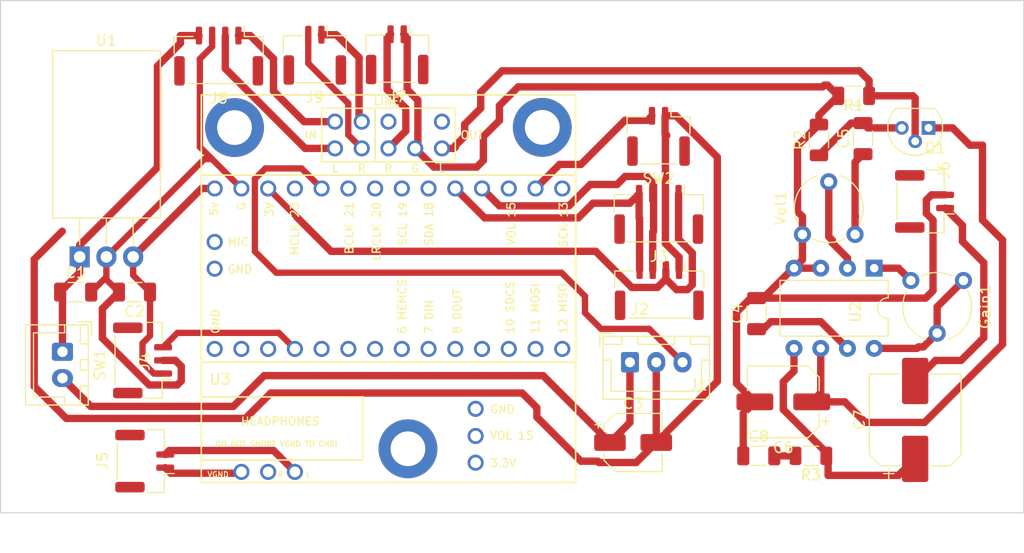
<source format=kicad_pcb>
(kicad_pcb (version 20221018) (generator pcbnew)
  (layers (0 "F.Cu" signal) (31 "B.Cu" signal) (34 "B.Paste" user) (35 "F.Paste" user) (36 "B.SilkS" user "B.Silkscreen") (37 "F.SilkS" user "F.Silkscreen") (38 "B.Mask" user) (39 "F.Mask" user) (44 "Edge.Cuts" user))
  (net 0 "")
  (net 1 "+9V")
  (net 2 "GND")
  (net 3 "+5V")
  (net 4 "Net-(Gain1-Pad1)")
  (net 5 "Net-(U2--)")
  (net 6 "Net-(C7-Pad1)")
  (net 7 "Net-(U2-BYPASS)")
  (net 8 "Net-(Gain1-Pad2)")
  (net 34 "Net-(J1-Pin_1)")
  (net 35 "Batt Vref")
  (net 36 "+3.3V")
  (net 37 "Pin 16 SCL1")
  (net 38 "Pin 17 SDA1")
  (net 39 "Pin 2")
  (net 40 "Net-(J6-Pin_1)")
  (net 41 "GND1")
  (net 42 "HP VGND")
  (net 43 "HP Line")
  (net 44 "Line OUT R")
  (net 45 "Line in R GND")
  (net 46 "Line in R")
  (net 47 "Net-(Q1-G)")
  (net 48 "Net-(Q1-S)")
  (net 49 "Net-(SW2-B)")
  (net 50 "Net-(C5-Pad1)")
  (net 51 "Net-(C8-Pad2)")
  (net 52 "Net-(J8-Pin_1)")
  (net 53 "Net-(J8-Pin_2)")
  (footprint "Connector_JST:JST_GH_BM04B-GHS-TBT_1x04-1MP_P1.25mm_Vertical" (layer "F.Cu") (at 153.827 118.028 180)
    (fp_text reference "J3" (at 0 -4) (layer "F.SilkS"))
    (fp_text value "Quad Rotary Encoder Board")
    (pad "1" smd roundrect (at -1.875 1.95 180) (size 0.6 1.7) (layers "F.Cu" "F.Paste" "F.Mask") (net 36 "+3.3V"))
    (pad "2" smd roundrect (at -0.625 1.95 180) (size 0.6 1.7) (layers "F.Cu" "F.Paste" "F.Mask") (net 2 "GND"))
    (pad "3" smd roundrect (at 0.625 1.95 180) (size 0.6 1.7) (layers "F.Cu" "F.Paste" "F.Mask") (net 37 "Pin 16 SCL1"))
    (pad "4" smd roundrect (at 1.875 1.95 180) (size 0.6 1.7) (layers "F.Cu" "F.Paste" "F.Mask") (net 38 "Pin 17 SDA1"))
    (pad "MP" smd roundrect (at -3.725 -1.4 180) (size 1 2.8) (layers "F.Cu" "F.Paste" "F.Mask"))
    (pad "MP" smd roundrect (at 3.725 -1.4 180) (size 1 2.8) (layers "F.Cu" "F.Paste" "F.Mask"))
  )
  (footprint "Capacitor_SMD:C_1206_3216Metric" (layer "F.Cu") (at 98.425 125.413)
    (fp_text reference "C1" (at 0 -1.85) (layer "F.SilkS"))
    (fp_text value "330nf")
    (pad "1" smd roundrect (at -1.475 0) (size 1.15 1.8) (layers "F.Cu" "F.Paste" "F.Mask") (roundrect_rratio 0.217391) (net 1 "+9V"))
    (pad "2" smd roundrect (at 1.475 0) (size 1.15 1.8) (layers "F.Cu" "F.Paste" "F.Mask") (roundrect_rratio 0.217391) (net 2 "GND"))
  )
  (footprint "Capacitor_SMD:C_1206_3216Metric" (layer "F.Cu") (at 173.228 110.832 90)
    (fp_text reference "C5" (at 0 -1.85 90) (layer "F.SilkS"))
    (fp_text value "47n")
    (pad "1" smd roundrect (at -1.475 0 90) (size 1.15 1.8) (layers "F.Cu" "F.Paste" "F.Mask") (roundrect_rratio 0.217391) (net 50 "Net-(C5-Pad1)"))
    (pad "2" smd roundrect (at 1.475 0 90) (size 1.15 1.8) (layers "F.Cu" "F.Paste" "F.Mask") (roundrect_rratio 0.217391) (net 48 "Net-(Q1-S)"))
  )
  (footprint "Connector_JST:JST_GH_BM02B-GHS-TBT_1x02-1MP_P1.25mm_Vertical" (layer "F.Cu") (at 128.967 102.867 180)
    (fp_text reference "J7" (at 0 -4) (layer "F.SilkS"))
    (fp_text value "Aux Out")
    (pad "1" smd roundrect (at -0.625 1.95 180) (size 0.6 1.7) (layers "F.Cu" "F.Paste" "F.Mask") (net 41 "GND1"))
    (pad "2" smd roundrect (at 0.625 1.95 180) (size 0.6 1.7) (layers "F.Cu" "F.Paste" "F.Mask") (net 44 "Line OUT R"))
    (pad "MP" smd roundrect (at -2.475 -1.4 180) (size 1 2.8) (layers "F.Cu" "F.Paste" "F.Mask"))
    (pad "MP" smd roundrect (at 2.475 -1.4 180) (size 1 2.8) (layers "F.Cu" "F.Paste" "F.Mask"))
  )
  (footprint "Capacitor_SMD:C_1206_3216Metric" (layer "F.Cu") (at 104.013 125.413 180)
    (fp_text reference "C2" (at 0 -1.85) (layer "F.SilkS"))
    (fp_text value "100nf")
    (pad "1" smd roundrect (at -1.475 0 180) (size 1.15 1.8) (layers "F.Cu" "F.Paste" "F.Mask") (roundrect_rratio 0.217391) (net 3 "+5V"))
    (pad "2" smd roundrect (at 1.475 0 180) (size 1.15 1.8) (layers "F.Cu" "F.Paste" "F.Mask") (roundrect_rratio 0.217391) (net 2 "GND"))
  )
  (footprint "Connector_JST:JST_GH_BM02B-GHS-TBT_1x02-1MP_P1.25mm_Vertical" (layer "F.Cu") (at 121.148 102.915 180)
    (fp_text reference "J9" (at 0 -4) (layer "F.SilkS"))
    (fp_text value "Backing Track Input")
    (pad "1" smd roundrect (at -0.625 1.95 180) (size 0.6 1.7) (layers "F.Cu" "F.Paste" "F.Mask") (net 45 "Line in R GND"))
    (pad "2" smd roundrect (at 0.625 1.95 180) (size 0.6 1.7) (layers "F.Cu" "F.Paste" "F.Mask") (net 46 "Line in R"))
    (pad "MP" smd roundrect (at -2.475 -1.4 180) (size 1 2.8) (layers "F.Cu" "F.Paste" "F.Mask"))
    (pad "MP" smd roundrect (at 2.475 -1.4 180) (size 1 2.8) (layers "F.Cu" "F.Paste" "F.Mask"))
  )
  (footprint "Potentiometer_THT:Potentiometer_Piher_PT-6-V_Vertical" (layer "F.Cu") (at 177.768 124.314 -90)
    (fp_text reference "Gain1" (at 2.5 -7.06 90) (layer "F.SilkS"))
    (fp_text value "1kB")
    (pad "1" thru_hole circle (at 0 0 270) (size 1.62 1.62) (drill 0.9) (layers "*.Cu" "*.Mask") (net 4 "Net-(Gain1-Pad1)"))
    (pad "2" thru_hole circle (at 5 -2.5 270) (size 1.62 1.62) (drill 0.9) (layers "*.Cu" "*.Mask") (net 8 "Net-(Gain1-Pad2)"))
    (pad "3" thru_hole circle (at 0 -5 270) (size 1.62 1.62) (drill 0.9) (layers "*.Cu" "*.Mask") (net 8 "Net-(Gain1-Pad2)"))
  )
  (footprint "Connector_JST:JST_GH_BM03B-GHS-TBT_1x03-1MP_P1.25mm_Vertical" (layer "F.Cu") (at 104.778 131.901 90)
    (fp_text reference "J4" (at -0.147 0.172 90) (layer "F.SilkS"))
    (fp_text value "RGB LEDs")
    (pad "1" smd roundrect (at -1.25 1.95 90) (size 0.6 1.7) (layers "F.Cu" "F.Paste" "F.Mask") (net 3 "+5V"))
    (pad "2" smd roundrect (at 0 1.95 90) (size 0.6 1.7) (layers "F.Cu" "F.Paste" "F.Mask") (net 2 "GND"))
    (pad "3" smd roundrect (at 1.25 1.95 90) (size 0.6 1.7) (layers "F.Cu" "F.Paste" "F.Mask") (net 39 "Pin 2"))
    (pad "MP" smd roundrect (at -3.1 -1.4 90) (size 1 2.8) (layers "F.Cu" "F.Paste" "F.Mask"))
    (pad "MP" smd roundrect (at 3.1 -1.4 90) (size 1 2.8) (layers "F.Cu" "F.Paste" "F.Mask"))
  )
  (footprint "Potentiometer_THT:Potentiometer_Piher_PT-6-V_Vertical" (layer "F.Cu") (at 172.471 119.936 90)
    (fp_text reference "Vol1" (at 2.5 -7.06 90) (layer "F.SilkS"))
    (fp_text value "10kB")
    (pad "1" thru_hole circle (at 0 0 90) (size 1.62 1.62) (drill 0.9) (layers "*.Cu" "*.Mask") (net 50 "Net-(C5-Pad1)"))
    (pad "2" thru_hole circle (at 5 -2.5 90) (size 1.62 1.62) (drill 0.9) (layers "*.Cu" "*.Mask") (net 5 "Net-(U2--)"))
    (pad "3" thru_hole circle (at 0 -5 90) (size 1.62 1.62) (drill 0.9) (layers "*.Cu" "*.Mask") (net 41 "GND1"))
  )
  (footprint "Resistor_SMD:R_1206_3216Metric" (layer "F.Cu") (at 172.339 106.768 180)
    (fp_text reference "R1" (at 0 -0.91) (layer "F.SilkS"))
    (fp_text value "1M5")
    (pad "1" smd roundrect (at -1.4625 0 180) (size 1.125 1.75) (layers "F.Cu" "F.Paste" "F.Mask") (roundrect_rratio 0.222222) (net 47 "Net-(Q1-G)"))
    (pad "2" smd roundrect (at 1.4625 0 180) (size 1.125 1.75) (layers "F.Cu" "F.Paste" "F.Mask") (roundrect_rratio 0.222222) (net 41 "GND1"))
  )
  (footprint "Capacitor_SMD:CP_Elec_6.3x7.7" (layer "F.Cu") (at 165.653 135.841 180)
    (fp_text reference "C6" (at 0 -4.35) (layer "F.SilkS"))
    (fp_text value "100u")
    (pad "1" smd roundrect (at -2.7 0 180) (size 3.5 1.6) (layers "F.Cu" "F.Paste" "F.Mask") (roundrect_rratio 0.15625) (net 1 "+9V"))
    (pad "2" smd roundrect (at 2.7 0 180) (size 3.5 1.6) (layers "F.Cu" "F.Paste" "F.Mask") (roundrect_rratio 0.15625) (net 41 "GND1"))
  )
  (footprint "Capacitor_SMD:CP_Elec_5x5.4" (layer "F.Cu") (at 151.384 139.7)
    (fp_text reference "C3" (at 0 -3.7) (layer "F.SilkS"))
    (fp_text value "10uf 35V")
    (pad "1" smd roundrect (at -2.2 0) (size 3 1.6) (layers "F.Cu" "F.Paste" "F.Mask") (roundrect_rratio 0.15625) (net 34 "Net-(J1-Pin_1)"))
    (pad "2" smd roundrect (at 2.2 0) (size 3 1.6) (layers "F.Cu" "F.Paste" "F.Mask") (roundrect_rratio 0.15625) (net 2 "GND"))
  )
  (footprint "Package_TO_SOT_THT:TO-220-3_Horizontal_TabDown" (layer "F.Cu") (at 98.806 122.07)
    (fp_text reference "U1" (at 2.54 -20.58) (layer "F.SilkS"))
    (fp_text value "L7805")
    (pad "" np_thru_hole oval (at 2.54 -16.66) (size 3.5 3.5) (drill 3.5) (layers "*.Cu" "*.Mask"))
    (pad "1" thru_hole rect (at 0 0) (size 1.905 2) (drill 1.1) (layers "*.Cu" "*.Mask") (net 1 "+9V"))
    (pad "2" thru_hole oval (at 2.54 0) (size 1.905 2) (drill 1.1) (layers "*.Cu" "*.Mask") (net 2 "GND"))
    (pad "3" thru_hole oval (at 5.08 0) (size 1.905 2) (drill 1.1) (layers "*.Cu" "*.Mask") (net 3 "+5V"))
  )
  (footprint "Connector_JST:JST_GH_BM02B-GHS-TBT_1x02-1MP_P1.25mm_Vertical" (layer "F.Cu") (at 104.984 141.468 90)
    (fp_text reference "J5" (at 0 -4 90) (layer "F.SilkS"))
    (fp_text value "Headphone Out")
    (pad "1" smd roundrect (at -0.625 1.95 90) (size 0.6 1.7) (layers "F.Cu" "F.Paste" "F.Mask") (net 42 "HP VGND"))
    (pad "2" smd roundrect (at 0.625 1.95 90) (size 0.6 1.7) (layers "F.Cu" "F.Paste" "F.Mask") (net 43 "HP Line"))
    (pad "MP" smd roundrect (at -2.475 -1.4 90) (size 1 2.8) (layers "F.Cu" "F.Paste" "F.Mask"))
    (pad "MP" smd roundrect (at 2.475 -1.4 90) (size 1 2.8) (layers "F.Cu" "F.Paste" "F.Mask"))
  )
  (footprint "Connector_JST:JST_GH_BM02B-GHS-TBT_1x02-1MP_P1.25mm_Vertical" (layer "F.Cu") (at 179.07 116.801 90)
    (fp_text reference "J6" (at 2.985 1.86 90) (layer "F.SilkS"))
    (fp_text value "Speaker Output")
    (pad "1" smd roundrect (at -0.625 1.95 90) (size 0.6 1.7) (layers "F.Cu" "F.Paste" "F.Mask") (net 40 "Net-(J6-Pin_1)"))
    (pad "2" smd roundrect (at 0.625 1.95 90) (size 0.6 1.7) (layers "F.Cu" "F.Paste" "F.Mask") (net 41 "GND1"))
    (pad "MP" smd roundrect (at -2.475 -1.4 90) (size 1 2.8) (layers "F.Cu" "F.Paste" "F.Mask"))
    (pad "MP" smd roundrect (at 2.475 -1.4 90) (size 1 2.8) (layers "F.Cu" "F.Paste" "F.Mask"))
  )
  (footprint "Capacitor_SMD:CP_Elec_8x10.5" (layer "F.Cu") (at 178.181 137.558 90)
    (fp_text reference "C7" (at 0 -5.3 90) (layer "F.SilkS"))
    (fp_text value "220u")
    (pad "1" smd roundrect (at -3.7 0 90) (size 4.4 2.5) (layers "F.Cu" "F.Paste" "F.Mask") (roundrect_rratio 0.1) (net 6 "Net-(C7-Pad1)"))
    (pad "2" smd roundrect (at 3.7 0 90) (size 4.4 2.5) (layers "F.Cu" "F.Paste" "F.Mask") (roundrect_rratio 0.1) (net 40 "Net-(J6-Pin_1)"))
  )
  (footprint "Resistor_SMD:R_1206_3216Metric" (layer "F.Cu") (at 169.037 110.959 90)
    (fp_text reference "R2" (at 0 -1.82 90) (layer "F.SilkS"))
    (fp_text value "3k9")
    (pad "1" smd roundrect (at -1.4625 0 90) (size 1.125 1.75) (layers "F.Cu" "F.Paste" "F.Mask") (roundrect_rratio 0.222222) (net 48 "Net-(Q1-S)"))
    (pad "2" smd roundrect (at 1.4625 0 90) (size 1.125 1.75) (layers "F.Cu" "F.Paste" "F.Mask") (roundrect_rratio 0.222222) (net 41 "GND1"))
  )
  (footprint "Connector_JST:JST_XH_B2B-XH-A_1x02_P2.50mm_Vertical" (layer "F.Cu") (at 97.172 131.084 -90)
    (fp_text reference "SW1" (at 1.25 -3.55 90) (layer "F.SilkS"))
    (fp_text value "Main Power SW")
    (pad "1" thru_hole roundrect (at 0 0 270) (size 1.7 2) (drill 1) (layers "*.Cu" "*.Mask") (roundrect_rratio 0.147059) (net 1 "+9V"))
    (pad "2" thru_hole oval (at 2.5 0 270) (size 1.7 2) (drill 1) (layers "*.Cu" "*.Mask") (net 34 "Net-(J1-Pin_1)"))
  )
  (footprint "Connector_JST:JST_XH_B3B-XH-A_1x03_P2.50mm_Vertical" (layer "F.Cu") (at 151.083 132.08)
    (fp_text reference "J1" (at 6.524 2.159) (layer "F.SilkS"))
    (fp_text value "Batt In")
    (pad "1" thru_hole roundrect (at 0 0) (size 1.7 1.95) (drill 0.95) (layers "*.Cu" "*.Mask") (roundrect_rratio 0.147059) (net 34 "Net-(J1-Pin_1)"))
    (pad "2" thru_hole oval (at 2.5 0) (size 1.7 1.95) (drill 0.95) (layers "*.Cu" "*.Mask") (net 2 "GND"))
    (pad "3" thru_hole oval (at 5 0) (size 1.7 1.95) (drill 0.95) (layers "*.Cu" "*.Mask") (net 35 "Batt Vref"))
  )
  (footprint "Connector_JST:JST_GH_BM04B-GHS-TBT_1x04-1MP_P1.25mm_Vertical" (layer "F.Cu") (at 112.014 102.994 180)
    (fp_text reference "J8" (at 0 -4) (layer "F.SilkS"))
    (fp_text value "Guitar Line/Pickup V")
    (pad "1" smd roundrect (at -1.875 1.95 180) (size 0.6 1.7) (layers "F.Cu" "F.Paste" "F.Mask") (net 52 "Net-(J8-Pin_1)"))
    (pad "2" smd roundrect (at -0.625 1.95 180) (size 0.6 1.7) (layers "F.Cu" "F.Paste" "F.Mask") (net 53 "Net-(J8-Pin_2)"))
    (pad "3" smd roundrect (at 0.625 1.95 180) (size 0.6 1.7) (layers "F.Cu" "F.Paste" "F.Mask") (net 2 "GND"))
    (pad "4" smd roundrect (at 1.875 1.95 180) (size 0.6 1.7) (layers "F.Cu" "F.Paste" "F.Mask") (net 1 "+9V"))
    (pad "MP" smd roundrect (at -3.725 -1.4 180) (size 1 2.8) (layers "F.Cu" "F.Paste" "F.Mask"))
    (pad "MP" smd roundrect (at 3.725 -1.4 180) (size 1 2.8) (layers "F.Cu" "F.Paste" "F.Mask"))
  )
  (footprint "Resistor_SMD:R_1206_3216Metric" (layer "F.Cu") (at 168.275 140.97 180)
    (fp_text reference "R3" (at 0 -1.82) (layer "F.SilkS"))
    (fp_text value "10R")
    (pad "1" smd roundrect (at -1.4625 0 180) (size 1.125 1.75) (layers "F.Cu" "F.Paste" "F.Mask") (roundrect_rratio 0.222222) (net 6 "Net-(C7-Pad1)"))
    (pad "2" smd roundrect (at 1.4625 0 180) (size 1.125 1.75) (layers "F.Cu" "F.Paste" "F.Mask") (roundrect_rratio 0.222222) (net 51 "Net-(C8-Pad2)"))
  )
  (footprint "AFPI Device Library:Teensy 4.0 audioshield" (layer "F.Cu") (at 111.633 130.81)
    (fp_text reference "U3" (at 0.5207 2.89814) (layer "F.SilkS"))
    (fp_text value "Teensy4.0_AudioShield_REVD")
    (fp_text user "G" (at 19.05 -17.145) (layer "F.SilkS") (effects (font (size 0.762 0.762) (thickness 0.127))))
    (fp_text user "GND" (at 2.3876 -7.56412) (layer "F.SilkS") (effects (font (size 0.762 0.762) (thickness 0.127))))
    (fp_text user "MIC" (at 2.224314 -10.15238) (layer "F.SilkS") (effects (font (size 0.762 0.762) (thickness 0.127))))
    (fp_text user "SCL 19" (at 17.86636 -11.875951 90) (layer "F.SilkS") (effects (font (size 0.762 0.762) (thickness 0.127))))
    (fp_text user "7 DIN" (at 20.35302 -3.048423 90) (layer "F.SilkS") (effects (font (size 0.762 0.762) (thickness 0.127))))
    (fp_text user "VOL 15" (at 28.220489 8.23976) (layer "F.SilkS") (effects (font (size 0.762 0.762) (thickness 0.127))))
    (fp_text user "11 MOSI" (at 30.45206 -3.828566 90) (layer "F.SilkS") (effects (font (size 0.762 0.762) (thickness 0.127))))
    (fp_text user "LINE" (at 16.34236 -23.51024) (layer "F.SilkS") (effects (font (size 0.762 0.762) (thickness 0.127))))
    (fp_text user "G" (at 2.57048 -13.563237 90) (layer "F.SilkS") (effects (font (size 0.762 0.762) (thickness 0.127))))
    (fp_text user "L" (at 8.90524 11.94054) (layer "F.SilkS") (effects (font (size 0.508 0.508) (thickness 0.1016))))
    (fp_text user "8 DOUT" (at 23.04288 -3.556423 90) (layer "F.SilkS") (effects (font (size 0.762 0.762) (thickness 0.127))))
    (fp_text user "5v" (at -0.05588 -13.291094 90) (layer "F.SilkS") (effects (font (size 0.762 0.762) (thickness 0.127))))
    (fp_text user "10 SDCS" (at 28.067 -3.937423 90) (layer "F.SilkS") (effects (font (size 0.762 0.762) (thickness 0.127))))
    (fp_text user "VOL 15" (at 28.1686 -11.894094 90) (layer "F.SilkS") (effects (font (size 0.762 0.762) (thickness 0.127))))
    (fp_text user "IN" (at 9.1186 -20.30984) (layer "F.SilkS") (effects (font (size 0.762 0.762) (thickness 0.127))))
    (fp_text user "LRCLK 20" (at 15.3797 -11.16838 90) (layer "F.SilkS") (effects (font (size 0.762 0.762) (thickness 0.127))))
    (fp_text user "R" (at 6.23316 11.94054) (layer "F.SilkS") (effects (font (size 0.508 0.508) (thickness 0.1016))))
    (fp_text user "DO NOT SHORT VGND TO GND!" (at 5.87756 9.02208) (layer "F.SilkS") (effects (font (size 0.508 0.508) (thickness 0.1016))))
    (fp_text user "L" (at 11.43 -17.145) (layer "F.SilkS") (effects (font (size 0.762 0.762) (thickness 0.127))))
    (fp_text user "HEADPHONES" (at 6.23316 6.88594) (layer "F.SilkS") (effects (font (size 0.762 0.762) (thickness 0.127))))
    (fp_text user "3.3V" (at 27.40406 10.8458) (layer "F.SilkS") (effects (font (size 0.762 0.762) (thickness 0.127))))
    (fp_text user "R" (at 16.51 -17.145) (layer "F.SilkS") (effects (font (size 0.762 0.762) (thickness 0.127))))
    (fp_text user "SCK 13" (at 33.14192 -11.80338 270) (layer "F.SilkS") (effects (font (size 0.762 0.762) (thickness 0.127))))
    (fp_text user "R" (at 13.97 -17.145) (layer "F.SilkS") (effects (font (size 0.762 0.762) (thickness 0.127))))
    (fp_text user "GND" (at 0.08636 -2.594852 90) (layer "F.SilkS") (effects (font (size 0.762 0.762) (thickness 0.127))))
    (fp_text user "OUT" (at 24.4602 -20.31238) (layer "F.SilkS") (effects (font (size 0.762 0.762) (thickness 0.127))))
    (fp_text user "GND" (at 27.331489 5.73278) (layer "F.SilkS") (effects (font (size 0.762 0.762) (thickness 0.127))))
    (fp_text user "BCLK 21" (at 12.79144 -11.476808 90) (layer "F.SilkS") (effects (font (size 0.762 0.762) (thickness 0.127))))
    (fp_text user "3V" (at 5.20954 -13.254808 90) (layer "F.SilkS") (effects (font (size 0.762 0.762) (thickness 0.127))))
    (fp_text user "VGND" (at 0.32258 11.94054) (layer "F.SilkS") (effects (font (size 0.508 0.508) (thickness 0.1016))))
    (fp_text user "6 MEMCS" (at 17.81556 -4.04628 270) (layer "F.SilkS") (effects (font (size 0.762 0.762) (thickness 0.127))))
    (fp_text user "MCLK 23" (at 7.61492 -11.42238 90) (layer "F.SilkS") (effects (font (size 0.762 0.762) (thickness 0.127))))
    (fp_text user "SDA 18" (at 20.35302 -11.857808 90) (layer "F.SilkS") (effects (font (size 0.762 0.762) (thickness 0.127))))
    (fp_text user "L" (at 21.59 -17.145) (layer "F.SilkS") (effects (font (size 0.762 0.762) (thickness 0.127))))
    (fp_text user "12 MISO" (at 33.09112 -3.828566 90) (layer "F.SilkS") (effects (font (size 0.762 0.762) (thickness 0.127))))
    (pad "" thru_hole circle (at 1.88468 -21.02612) (size 5.588 5.588) (drill 3.302) (layers "*.Cu"))
    (pad "" thru_hole circle (at 18.35912 9.48944) (size 5.588 5.588) (drill 3.302) (layers "*.Cu"))
    (pad "" thru_hole circle (at 31.12262 -21.04644) (size 5.588 5.588) (drill 3.302) (layers "*.Cu"))
    (pad "1" thru_hole oval (at 0 0) (size 1.524 1.524) (drill 1.016) (layers "*.Cu" "*.Mask") (net 2 "GND"))
    (pad "2" thru_hole oval (at 2.54 0) (size 1.524 1.524) (drill 1.016) (layers "*.Cu" "*.Mask"))
    (pad "3" thru_hole oval (at 5.08 0) (size 1.524 1.524) (drill 1.016) (layers "*.Cu" "*.Mask"))
    (pad "4" thru_hole oval (at 7.62 0) (size 1.524 1.524) (drill 1.016) (layers "*.Cu" "*.Mask") (net 39 "Pin 2"))
    (pad "5" thru_hole oval (at 10.16 0) (size 1.524 1.524) (drill 1.016) (layers "*.Cu" "*.Mask"))
    (pad "6" thru_hole oval (at 12.7 0) (size 1.524 1.524) (drill 1.016) (layers "*.Cu" "*.Mask"))
    (pad "7" thru_hole oval (at 15.24 0) (size 1.524 1.524) (drill 1.016) (layers "*.Cu" "*.Mask"))
    (pad "8" thru_hole oval (at 17.78 0) (size 1.524 1.524) (drill 1.016) (layers "*.Cu" "*.Mask"))
    (pad "9" thru_hole oval (at 20.32 0) (size 1.524 1.524) (drill 1.016) (layers "*.Cu" "*.Mask"))
    (pad "10" thru_hole oval (at 22.86 0) (size 1.524 1.524) (drill 1.016) (layers "*.Cu" "*.Mask"))
    (pad "11" thru_hole oval (at 25.4 0) (size 1.524 1.524) (drill 1.016) (layers "*.Cu" "*.Mask"))
    (pad "12" thru_hole oval (at 27.94 0) (size 1.524 1.524) (drill 1.016) (layers "*.Cu" "*.Mask"))
    (pad "13" thru_hole oval (at 30.48 0) (size 1.524 1.524) (drill 1.016) (layers "*.Cu" "*.Mask"))
    (pad "14" thru_hole oval (at 33.02 0) (size 1.524 1.524) (drill 1.016) (layers "*.Cu" "*.Mask"))
    (pad "15" thru_hole oval (at 0 -10.16) (size 1.524 1.524) (drill 1.016) (layers "*.Cu" "*.Mask"))
    (pad "16" thru_hole oval (at 0 -7.62) (size 1.524 1.524) (drill 1.016) (layers "*.Cu" "*.Mask"))
    (pad "17" thru_hole oval (at 33.02 -15.24) (size 1.524 1.524) (drill 1.016) (layers "*.Cu" "*.Mask"))
    (pad "18" thru_hole oval (at 30.48 -15.24) (size 1.524 1.524) (drill 1.016) (layers "*.Cu" "*.Mask") (net 49 "Net-(SW2-B)"))
    (pad "19" thru_hole oval (at 27.94 -15.24) (size 1.524 1.524) (drill 1.016) (layers "*.Cu" "*.Mask"))
    (pad "20" thru_hole oval (at 25.4 -15.24) (size 1.524 1.524) (drill 1.016) (layers "*.Cu" "*.Mask") (net 37 "Pin 16 SCL1"))
    (pad "21" thru_hole oval (at 22.86 -15.24) (size 1.524 1.524) (drill 1.016) (layers "*.Cu" "*.Mask") (net 38 "Pin 17 SDA1"))
    (pad "22" thru_hole oval (at 20.32 -15.24) (size 1.524 1.524) (drill 1.016) (layers "*.Cu" "*.Mask"))
    (pad "23" thru_hole oval (at 17.78 -15.24) (size 1.524 1.524) (drill 1.016) (layers "*.Cu" "*.Mask"))
    (pad "24" thru_hole oval (at 15.24 -15.24) (size 1.524 1.524) (drill 1.016) (layers "*.Cu" "*.Mask"))
    (pad "25" thru_hole oval (at 12.7 -15.24) (size 1.524 1.524) (drill 1.016) (layers "*.Cu" "*.Mask"))
    (pad "26" thru_hole oval (at 10.16 -15.24) (size 1.524 1.524) (drill 1.016) (layers "*.Cu" "*.Mask") (net 35 "Batt Vref"))
    (pad "27" thru_hole oval (at 7.62 -15.24) (size 1.524 1.524) (drill 1.016) (layers "*.Cu" "*.Mask"))
    (pad "28" thru_hole oval (at 5.08 -15.24) (size 1.524 1.524) (drill 1.016) (layers "*.Cu" "*.Mask") (net 36 "+3.3V"))
    (pad "29" thru_hole oval (at 2.54 -15.24) (size 1.524 1.524) (drill 1.016) (layers "*.Cu" "*.Mask") (net 2 "GND"))
    (pad "30" thru_hole oval (at 0 -15.24) (size 1.524 1.524) (drill 1.016) (layers "*.Cu" "*.Mask") (net 3 "+5V"))
    (pad "31" thru_hole circle (at 21.59 -19.05) (size 1.524 1.524) (drill 1.016) (layers "*.Cu" "*.Mask") (net 47 "Net-(Q1-G)"))
    (pad "32" thru_hole circle (at 19.05 -19.05) (size 1.524 1.524) (drill 1.016) (layers "*.Cu" "*.Mask") (net 41 "GND1"))
    (pad "33" thru_hole circle (at 16.51 -19.05) (size 1.524 1.524) (drill 1.016) (layers "*.Cu" "*.Mask") (net 44 "Line OUT R"))
    (pad "34" thru_hole circle (at 13.97 -19.05) (size 1.524 1.524) (drill 1.016) (layers "*.Cu" "*.Mask") (net 46 "Line in R"))
    (pad "35" thru_hole circle (at 11.43 -19.05) (size 1.524 1.524) (drill 1.016) (layers "*.Cu" "*.Mask") (net 53 "Net-(J8-Pin_2)"))
    (pad "36" thru_hole circle (at 13.97 -21.59) (size 1.524 1.524) (drill 1.016) (layers "*.Cu" "*.Mask") (net 45 "Line in R GND"))
    (pad "37" thru_hole circle (at 11.43 -21.59) (size 1.524 1.524) (drill 1.016) (layers "*.Cu" "*.Mask") (net 52 "Net-(J8-Pin_1)"))
    (pad "38" thru_hole circle (at 24.7904 5.69214) (size 1.524 1.524) (drill 1.016) (layers "*.Cu" "*.Mask"))
    (pad "39" thru_hole circle (at 24.7904 8.27278) (size 1.524 1.524) (drill 1.016) (layers "*.Cu" "*.Mask"))
    (pad "40" thru_hole circle (at 24.7904 10.81024) (size 1.524 1.524) (drill 1.016) (layers "*.Cu" "*.Mask"))
    (pad "41" thru_hole oval (at 7.62 11.684) (size 1.524 1.524) (drill 1.016) (layers "*.Cu" "*.Mask") (net 43 "HP Line"))
    (pad "42" thru_hole oval (at 5.08 11.684) (size 1.524 1.524) (drill 1.016) (layers "*.Cu" "*.Mask"))
    (pad "43" thru_hole oval (at 2.54 11.684) (size 1.524 1.524) (drill 1.016) (layers "*.Cu" "*.Mask") (net 42 "HP VGND"))
    (pad "45" thru_hole circle (at 16.51 -21.59) (size 1.524 1.524) (drill 1.016) (layers "*.Cu" "*.Mask"))
    (pad "46" thru_hole circle (at 21.59 -21.59) (size 1.524 1.524) (drill 1.016) (layers "*.Cu" "*.Mask"))
  )
  (footprint "Package_DIP:DIP-8_W7.62mm" (layer "F.Cu") (at 174.289 123.141 -90)
    (fp_text reference "U2" (at 4.181 1.768 90) (layer "F.SilkS"))
    (fp_text value "LM386")
    (pad "1" thru_hole rect (at 0 0 270) (size 1.6 1.6) (drill 0.8) (layers "*.Cu" "*.Mask") (net 4 "Net-(Gain1-Pad1)"))
    (pad "2" thru_hole oval (at 0 2.54 270) (size 1.6 1.6) (drill 0.8) (layers "*.Cu" "*.Mask") (net 5 "Net-(U2--)"))
    (pad "3" thru_hole oval (at 0 5.08 270) (size 1.6 1.6) (drill 0.8) (layers "*.Cu" "*.Mask") (net 41 "GND1"))
    (pad "4" thru_hole oval (at 0 7.62 270) (size 1.6 1.6) (drill 0.8) (layers "*.Cu" "*.Mask") (net 41 "GND1"))
    (pad "5" thru_hole oval (at 7.62 7.62 270) (size 1.6 1.6) (drill 0.8) (layers "*.Cu" "*.Mask") (net 6 "Net-(C7-Pad1)"))
    (pad "6" thru_hole oval (at 7.62 5.08 270) (size 1.6 1.6) (drill 0.8) (layers "*.Cu" "*.Mask") (net 1 "+9V"))
    (pad "7" thru_hole oval (at 7.62 2.54 270) (size 1.6 1.6) (drill 0.8) (layers "*.Cu" "*.Mask") (net 7 "Net-(U2-BYPASS)"))
    (pad "8" thru_hole oval (at 7.62 0 270) (size 1.6 1.6) (drill 0.8) (layers "*.Cu" "*.Mask") (net 8 "Net-(Gain1-Pad2)"))
  )
  (footprint "Capacitor_SMD:C_1206_3216Metric" (layer "F.Cu") (at 163.113 127.459 90)
    (fp_text reference "C4" (at 0 -1.85 90) (layer "F.SilkS"))
    (fp_text value "100n")
    (pad "1" smd roundrect (at -1.475 0 90) (size 1.15 1.8) (layers "F.Cu" "F.Paste" "F.Mask") (roundrect_rratio 0.217391) (net 7 "Net-(U2-BYPASS)"))
    (pad "2" smd roundrect (at 1.475 0 90) (size 1.15 1.8) (layers "F.Cu" "F.Paste" "F.Mask") (roundrect_rratio 0.217391) (net 41 "GND1"))
  )
  (footprint "Connector_JST:JST_GH_BM04B-GHS-TBT_1x04-1MP_P1.25mm_Vertical" (layer "F.Cu") (at 153.872 125.267 180)
    (fp_text reference "J2" (at 1.853 -1.778) (layer "F.SilkS"))
    (fp_text value "OLED Screen ")
    (pad "1" smd roundrect (at -1.875 1.95 180) (size 0.6 1.7) (layers "F.Cu" "F.Paste" "F.Mask") (net 2 "GND"))
    (pad "2" smd roundrect (at -0.625 1.95 180) (size 0.6 1.7) (layers "F.Cu" "F.Paste" "F.Mask") (net 36 "+3.3V"))
    (pad "3" smd roundrect (at 0.625 1.95 180) (size 0.6 1.7) (layers "F.Cu" "F.Paste" "F.Mask") (net 37 "Pin 16 SCL1"))
    (pad "4" smd roundrect (at 1.875 1.95 180) (size 0.6 1.7) (layers "F.Cu" "F.Paste" "F.Mask") (net 38 "Pin 17 SDA1"))
    (pad "MP" smd roundrect (at -3.725 -1.4 180) (size 1 2.8) (layers "F.Cu" "F.Paste" "F.Mask"))
    (pad "MP" smd roundrect (at 3.725 -1.4 180) (size 1 2.8) (layers "F.Cu" "F.Paste" "F.Mask"))
  )
  (footprint "Capacitor_SMD:C_1206_3216Metric" (layer "F.Cu") (at 163.322 140.97)
    (fp_text reference "C8" (at 0 -1.85) (layer "F.SilkS"))
    (fp_text value "47n")
    (pad "1" smd roundrect (at -1.475 0) (size 1.15 1.8) (layers "F.Cu" "F.Paste" "F.Mask") (roundrect_rratio 0.217391) (net 41 "GND1"))
    (pad "2" smd roundrect (at 1.475 0) (size 1.15 1.8) (layers "F.Cu" "F.Paste" "F.Mask") (roundrect_rratio 0.217391) (net 51 "Net-(C8-Pad2)"))
  )
  (footprint "Connector_JST:JST_GH_BM02B-GHS-TBT_1x02-1MP_P1.25mm_Vertical" (layer "F.Cu") (at 153.797 110.617 180)
    (fp_text reference "SW2" (at 0 -4) (layer "F.SilkS"))
    (fp_text value "Home Button SW")
    (pad "1" smd roundrect (at -0.625 1.95 180) (size 0.6 1.7) (layers "F.Cu" "F.Paste" "F.Mask") (net 2 "GND"))
    (pad "2" smd roundrect (at 0.625 1.95 180) (size 0.6 1.7) (layers "F.Cu" "F.Paste" "F.Mask") (net 49 "Net-(SW2-B)"))
    (pad "MP" smd roundrect (at -2.475 -1.4 180) (size 1 2.8) (layers "F.Cu" "F.Paste" "F.Mask"))
    (pad "MP" smd roundrect (at 2.475 -1.4 180) (size 1 2.8) (layers "F.Cu" "F.Paste" "F.Mask"))
  )
  (footprint "Package_TO_SOT_THT:TO-92" (layer "F.Cu") (at 179.451 109.816 180)
    (fp_text reference "Q1" (at -0.635 -1.905) (layer "F.SilkS"))
    (fp_text value "MPF102")
    (pad "1" thru_hole rect (at 0 0 180) (size 1.3 1.3) (drill 0.75) (layers "*.Cu" "*.Mask") (net 1 "+9V"))
    (pad "2" thru_hole circle (at 1.27 -1.27 180) (size 1.3 1.3) (drill 0.75) (layers "*.Cu" "*.Mask") (net 47 "Net-(Q1-G)"))
    (pad "3" thru_hole circle (at 2.54 0 180) (size 1.3 1.3) (drill 0.75) (layers "*.Cu" "*.Mask") (net 48 "Net-(Q1-S)"))
  )
  (gr_rect (start 91.2876 97.7138) (end 188.4934 146.3802) (stroke (width 0.1)) (fill none) (layer "Edge.Cuts"))
  (segment (start 186.481 130.38) (end 186.481 120.474) (width 0.7) (layer "F.Cu") (net 1))
  (segment (start 180.975 135.886) (end 186.481 130.38) (width 0.7) (layer "F.Cu") (net 1))
  (segment (start 169.209 134.985) (end 168.353 135.841) (width 0.7) (layer "F.Cu") (net 1))
  (segment (start 183.378 111.457) (end 181.737 109.816) (width 0.7) (layer "F.Cu") (net 1))
  (segment (start 180.975 135.89) (end 180.975 135.886) (width 0.7) (layer "F.Cu") (net 1))
  (segment (start 169.209 130.761) (end 169.209 134.985) (width 0.7) (layer "F.Cu") (net 1))
  (segment (start 171.495 135.841) (end 173.449 137.795) (width 0.7) (layer "F.Cu") (net 1))
  (segment (start 184.576 118.569) (end 184.576 111.457) (width 0.7) (layer "F.Cu") (net 1))
  (segment (start 98.806 123.557) (end 96.95 125.413) (width 0.7) (layer "F.Cu") (net 1))
  (segment (start 108.379 101.044) (end 110.139 101.044) (width 0.7) (layer "F.Cu") (net 1))
  (segment (start 184.576 111.457) (end 183.378 111.457) (width 0.7) (layer "F.Cu") (net 1))
  (segment (start 97.172 131.084) (end 97.172 125.635) (width 0.7) (layer "F.Cu") (net 1))
  (segment (start 98.806 122.07) (end 98.806 120.9548) (width 0.7) (layer "F.Cu") (net 1))
  (segment (start 98.463 122.413) (end 98.806 122.07) (width 0.7) (layer "F.Cu") (net 1))
  (segment (start 108.379 101.765702) (end 108.379 101.044) (width 0.7) (layer "F.Cu") (net 1))
  (segment (start 168.353 135.841) (end 171.495 135.841) (width 0.7) (layer "F.Cu") (net 1))
  (segment (start 186.481 120.474) (end 184.576 118.569) (width 0.7) (layer "F.Cu") (net 1))
  (segment (start 98.806 120.9548) (end 106.1974 113.5634) (width 0.7) (layer "F.Cu") (net 1))
  (segment (start 106.1974 113.5634) (end 106.1974 103.947302) (width 0.7) (layer "F.Cu") (net 1))
  (segment (start 179.07 137.795) (end 180.975 135.89) (width 0.7) (layer "F.Cu") (net 1))
  (segment (start 98.806 122.07) (end 98.806 123.557) (width 0.7) (layer "F.Cu") (net 1))
  (segment (start 97.172 125.635) (end 96.95 125.413) (width 0.7) (layer "F.Cu") (net 1))
  (segment (start 106.1974 103.947302) (end 108.379 101.765702) (width 0.7) (layer "F.Cu") (net 1))
  (segment (start 181.737 109.816) (end 179.451 109.816) (width 0.7) (layer "F.Cu") (net 1))
  (segment (start 173.449 137.795) (end 179.07 137.795) (width 0.7) (layer "F.Cu") (net 1))
  (segment (start 97.536 137.414) (end 94.488 134.366) (width 0.7) (layer "F.Cu") (net 2))
  (segment (start 111.389 102.098) (end 111.389 101.044) (width 0.6) (layer "F.Cu") (net 2))
  (segment (start 155.460298 108.667) (end 159.385 112.591702) (width 0.7) (layer "F.Cu") (net 2))
  (segment (start 153.584 139.7) (end 153.584 132.081) (width 0.7) (layer "F.Cu") (net 2))
  (segment (start 101.346 123.967) (end 99.9 125.413) (width 0.6) (layer "F.Cu") (net 2))
  (segment (start 154.452 116.078) (end 154.452 120.797) (width 0.7) (layer "F.Cu") (net 2))
  (segment (start 101.346 124.221) (end 102.538 125.413) (width 0.6) (layer "F.Cu") (net 2))
  (segment (start 146.431 141.478) (end 142.24 137.287) (width 0.7) (layer "F.Cu") (net 2))
  (segment (start 154.452 110.657) (end 154.452 116.078) (width 0.7) (layer "F.Cu") (net 2))
  (segment (start 101.346 122.07) (end 110.64 112.776) (width 0.6) (layer "F.Cu") (net 2))
  (segment (start 154.422 110.373) (end 154.422 108.667) (width 0.7) (layer "F.Cu") (net 2))
  (segment (start 101.346 123.967) (end 101.346 124.221) (width 0.6) (layer "F.Cu") (net 2))
  (segment (start 159.385 112.591702) (end 159.385 133.899) (width 0.7) (layer "F.Cu") (net 2))
  (segment (start 148.150702 141.605) (end 148.023702 141.478) (width 0.7) (layer "F.Cu") (net 2))
  (segment (start 151.679 141.605) (end 148.150702 141.605) (width 0.7) (layer "F.Cu") (net 2))
  (segment (start 110.64 112.776) (end 111.379 112.776) (width 0.6) (layer "F.Cu") (net 2))
  (segment (start 142.24 137.287) (end 142.24 136.398) (width 0.7) (layer "F.Cu") (net 2))
  (segment (start 106.728 131.901) (end 107.898 131.901) (width 0.7) (layer "F.Cu") (net 2))
  (segment (start 111.379 112.776) (end 110.22368 111.62068) (width 0.6) (layer "F.Cu") (net 2))
  (segment (start 94.488 122.301) (end 97.155 119.634) (width 0.7) (layer "F.Cu") (net 2))
  (segment (start 105.41 134.239) (end 100.965 129.794) (width 0.7) (layer "F.Cu") (net 2))
  (segment (start 94.488 134.366) (end 94.488 122.301) (width 0.7) (layer "F.Cu") (net 2))
  (segment (start 154.579 110.53) (end 154.422 110.373) (width 0.7) (layer "F.Cu") (net 2))
  (segment (start 142.24 136.398) (end 140.843 135.001) (width 0.7) (layer "F.Cu") (net 2))
  (segment (start 108.458 132.461) (end 108.458 133.858) (width 0.7) (layer "F.Cu") (net 2))
  (segment (start 140.843 135.001) (end 116.967 135.001) (width 0.7) (layer "F.Cu") (net 2))
  (segment (start 107.898 131.901) (end 108.458 132.461) (width 0.7) (layer "F.Cu") (net 2))
  (segment (start 155.747 122.092) (end 155.747 123.317) (width 0.7) (layer "F.Cu") (net 2))
  (segment (start 153.584 132.081) (end 153.583 132.08) (width 0.7) (layer "F.Cu") (net 2))
  (segment (start 101.346 121.5575) (end 101.346 122.07) (width 0.7) (layer "F.Cu") (net 2))
  (segment (start 153.584 139.7) (end 151.679 141.605) (width 0.7) (layer "F.Cu") (net 2))
  (segment (start 108.458 133.858) (end 108.077 134.239) (width 0.7) (layer "F.Cu") (net 2))
  (segment (start 154.452 120.797) (end 155.747 122.092) (width 0.7) (layer "F.Cu") (net 2))
  (segment (start 110.22368 111.62068) (end 110.22368 103.26332) (width 0.6) (layer "F.Cu") (net 2))
  (segment (start 100.965 126.986) (end 102.538 125.413) (width 0.7) (layer "F.Cu") (net 2))
  (segment (start 116.967 135.001) (end 114.554 137.414) (width 0.7) (layer "F.Cu") (net 2))
  (segment (start 159.385 133.899) (end 153.584 139.7) (width 0.7) (layer "F.Cu") (net 2))
  (segment (start 108.077 134.239) (end 105.41 134.239) (width 0.7) (layer "F.Cu") (net 2))
  (segment (start 154.422 108.667) (end 155.460298 108.667) (width 0.7) (layer "F.Cu") (net 2))
  (segment (start 101.346 122.07) (end 101.346 123.967) (width 0.6) (layer "F.Cu") (net 2))
  (segment (start 111.556 130.887) (end 111.633 130.81) (width 0.7) (layer "F.Cu") (net 2))
  (segment (start 114.554 137.414) (end 97.536 137.414) (width 0.7) (layer "F.Cu") (net 2))
  (segment (start 154.579 110.53) (end 154.452 110.657) (width 0.7) (layer "F.Cu") (net 2))
  (segment (start 114.173 115.57) (end 111.379 112.776) (width 0.6) (layer "F.Cu") (net 2))
  (segment (start 148.023702 141.478) (end 146.431 141.478) (width 0.7) (layer "F.Cu") (net 2))
  (segment (start 100.965 129.794) (end 100.965 126.986) (width 0.7) (layer "F.Cu") (net 2))
  (segment (start 110.22368 103.26332) (end 111.389 102.098) (width 0.6) (layer "F.Cu") (net 2))
  (segment (start 105.846 133.151) (end 106.728 133.151) (width 0.6) (layer "F.Cu") (net 3))
  (segment (start 110.386 115.57) (end 103.886 122.07) (width 0.7) (layer "F.Cu") (net 3))
  (segment (start 104.775 132.08) (end 105.846 133.151) (width 0.6) (layer "F.Cu") (net 3))
  (segment (start 105.488 129.564294) (end 104.775 130.277294) (width 0.6) (layer "F.Cu") (net 3))
  (segment (start 103.886 122.07) (end 103.886 123.811) (width 0.6) (layer "F.Cu") (net 3))
  (segment (start 105.488 125.413) (end 105.488 129.564294) (width 0.6) (layer "F.Cu") (net 3))
  (segment (start 104.775 130.277294) (end 104.775 132.08) (width 0.6) (layer "F.Cu") (net 3))
  (segment (start 103.886 123.811) (end 105.488 125.413) (width 0.6) (layer "F.Cu") (net 3))
  (segment (start 111.633 115.57) (end 110.386 115.57) (width 0.7) (layer "F.Cu") (net 3))
  (segment (start 176.595 123.141) (end 177.768 124.314) (width 0.7) (layer "F.Cu") (net 4))
  (segment (start 174.289 123.141) (end 176.595 123.141) (width 0.7) (layer "F.Cu") (net 4))
  (segment (start 169.971 120.148) (end 170.307 120.484) (width 0.7) (layer "F.Cu") (net 5))
  (segment (start 170.307 120.484) (end 170.307 120.738) (width 0.7) (layer "F.Cu") (net 5))
  (segment (start 169.971 120.148) (end 169.971 114.936) (width 0.7) (layer "F.Cu") (net 5))
  (segment (start 170.307 120.738) (end 171.749 122.18) (width 0.7) (layer "F.Cu") (net 5))
  (segment (start 171.749 122.18) (end 171.749 123.141) (width 0.7) (layer "F.Cu") (net 5))
  (segment (start 166.669 132.92) (end 165.653 133.936) (width 0.7) (layer "F.Cu") (net 6))
  (segment (start 165.653 133.936) (end 165.653 136.57) (width 0.7) (layer "F.Cu") (net 6))
  (segment (start 169.9095 140.8265) (end 169.9095 142.826) (width 0.7) (layer "F.Cu") (net 6))
  (segment (start 165.653 136.57) (end 169.9095 140.8265) (width 0.7) (layer "F.Cu") (net 6))
  (segment (start 176.592 142.826) (end 177.083 142.335) (width 0.7) (layer "F.Cu") (net 6))
  (segment (start 169.9095 142.826) (end 176.592 142.826) (width 0.7) (layer "F.Cu") (net 6))
  (segment (start 166.669 130.761) (end 166.669 132.92) (width 0.7) (layer "F.Cu") (net 6))
  (segment (start 169.209 128.221) (end 171.749 130.761) (width 0.7) (layer "F.Cu") (net 7))
  (segment (start 164.461 128.221) (end 169.209 128.221) (width 0.7) (layer "F.Cu") (net 7))
  (segment (start 163.748 128.934) (end 164.461 128.221) (width 0.7) (layer "F.Cu") (net 7))
  (segment (start 180.268 129.314) (end 178.958 130.624) (width 0.7) (layer "F.Cu") (net 8))
  (segment (start 180.268 126.814) (end 182.768 124.314) (width 0.7) (layer "F.Cu") (net 8))
  (segment (start 180.268 129.314) (end 180.268 126.814) (width 0.7) (layer "F.Cu") (net 8))
  (segment (start 178.353 130.761) (end 174.289 130.761) (width 0.7) (layer "F.Cu") (net 8))
  (segment (start 178.49 130.624) (end 178.353 130.761) (width 0.7) (layer "F.Cu") (net 8))
  (segment (start 178.958 130.624) (end 178.49 130.624) (width 0.7) (layer "F.Cu") (net 8))
  (segment (start 151.083 137.801) (end 151.083 132.08) (width 0.7) (layer "F.Cu") (net 34))
  (segment (start 116.332 133.35) (end 113.411 136.271) (width 0.7) (layer "F.Cu") (net 34))
  (segment (start 149.184 139.7) (end 142.834 133.35) (width 0.7) (layer "F.Cu") (net 34))
  (segment (start 113.411 136.271) (end 99.859 136.271) (width 0.7) (layer "F.Cu") (net 34))
  (segment (start 142.834 133.35) (end 116.332 133.35) (width 0.7) (layer "F.Cu") (net 34))
  (segment (start 99.859 136.271) (end 97.172 133.584) (width 0.7) (layer "F.Cu") (net 34))
  (segment (start 149.184 139.7) (end 151.083 137.801) (width 0.7) (layer "F.Cu") (net 34))
  (segment (start 119.888 113.665) (end 116.447631 113.665) (width 0.6) (layer "F.Cu") (net 35))
  (segment (start 121.793 115.57) (end 119.888 113.665) (width 0.6) (layer "F.Cu") (net 35))
  (segment (start 146.812 127.381) (end 148.336 128.905) (width 0.6) (layer "F.Cu") (net 35))
  (segment (start 115.451 121.547) (end 117.475 123.571) (width 0.6) (layer "F.Cu") (net 35))
  (segment (start 148.336 128.905) (end 152.908 128.905) (width 0.6) (layer "F.Cu") (net 35))
  (segment (start 117.475 123.571) (end 144.583412 123.571) (width 0.6) (layer "F.Cu") (net 35))
  (segment (start 152.908 128.905) (end 156.083 132.08) (width 0.6) (layer "F.Cu") (net 35))
  (segment (start 115.451 114.661631) (end 115.451 121.547) (width 0.6) (layer "F.Cu") (net 35))
  (segment (start 116.447631 113.665) (end 115.451 114.661631) (width 0.6) (layer "F.Cu") (net 35))
  (segment (start 144.583412 123.571) (end 146.812 125.799588) (width 0.6) (layer "F.Cu") (net 35))
  (segment (start 146.812 125.799588) (end 146.812 127.381) (width 0.6) (layer "F.Cu") (net 35))
  (segment (start 147.828 121.539) (end 122.682 121.539) (width 0.7) (layer "F.Cu") (net 36))
  (segment (start 157.008702 124.717) (end 157.008702 121.702702) (width 0.7) (layer "F.Cu") (net 36))
  (segment (start 154.497 123.317) (end 154.497 124.166999) (width 0.7) (layer "F.Cu") (net 36))
  (segment (start 156.547 125.178702) (end 157.008702 124.717) (width 0.7) (layer "F.Cu") (net 36))
  (segment (start 154.497 124.166999) (end 155.508703 125.178702) (width 0.7) (layer "F.Cu") (net 36))
  (segment (start 155.702 120.396) (end 155.702 116.078) (width 0.7) (layer "F.Cu") (net 36))
  (segment (start 151.257 124.968) (end 147.828 121.539) (width 0.7) (layer "F.Cu") (net 36))
  (segment (start 157.008702 121.702702) (end 155.702 120.396) (width 0.7) (layer "F.Cu") (net 36))
  (segment (start 122.682 121.539) (end 119.4435 118.3005) (width 0.7) (layer "F.Cu") (net 36))
  (segment (start 154.497 124.166999) (end 153.695999 124.968) (width 0.7) (layer "F.Cu") (net 36))
  (segment (start 153.695999 124.968) (end 151.257 124.968) (width 0.7) (layer "F.Cu") (net 36))
  (segment (start 155.508703 125.178702) (end 156.547 125.178702) (width 0.7) (layer "F.Cu") (net 36))
  (segment (start 116.713 115.57) (end 119.4435 118.3005) (width 0.6) (layer "F.Cu") (net 36))
  (segment (start 153.329 119.634) (end 153.329 115.102) (width 0.7) (layer "F.Cu") (net 37))
  (segment (start 150.622 114.427) (end 149.86 115.189) (width 0.7) (layer "F.Cu") (net 37))
  (segment (start 147.32 115.189) (end 145.288 117.221) (width 0.7) (layer "F.Cu") (net 37))
  (segment (start 138.684 117.221) (end 137.033 115.57) (width 0.7) (layer "F.Cu") (net 37))
  (segment (start 153.247 119.716) (end 153.329 119.634) (width 0.7) (layer "F.Cu") (net 37))
  (segment (start 149.86 115.189) (end 147.32 115.189) (width 0.7) (layer "F.Cu") (net 37))
  (segment (start 152.654 114.427) (end 150.622 114.427) (width 0.7) (layer "F.Cu") (net 37))
  (segment (start 145.288 117.221) (end 138.684 117.221) (width 0.7) (layer "F.Cu") (net 37))
  (segment (start 153.329 115.102) (end 152.654 114.427) (width 0.7) (layer "F.Cu") (net 37))
  (segment (start 153.247 119.716) (end 153.247 123.317) (width 0.7) (layer "F.Cu") (net 37))
  (segment (start 151.063 116.967) (end 151.952 116.078) (width 0.7) (layer "F.Cu") (net 38))
  (segment (start 150.555 116.967) (end 147.574 116.967) (width 0.7) (layer "F.Cu") (net 38))
  (segment (start 151.952 118.364) (end 151.997 118.409) (width 0.7) (layer "F.Cu") (net 38))
  (segment (start 137.287 118.364) (end 134.493 115.57) (width 0.7) (layer "F.Cu") (net 38))
  (segment (start 151.952 116.078) (end 151.952 118.364) (width 0.7) (layer "F.Cu") (net 38))
  (segment (start 146.177 118.364) (end 137.287 118.364) (width 0.7) (layer "F.Cu") (net 38))
  (segment (start 150.555 116.967) (end 151.063 116.967) (width 0.7) (layer "F.Cu") (net 38))
  (segment (start 147.574 116.967) (end 146.177 118.364) (width 0.7) (layer "F.Cu") (net 38))
  (segment (start 151.997 118.409) (end 151.997 123.317) (width 0.7) (layer "F.Cu") (net 38))
  (segment (start 108.093 129.286) (end 117.729 129.286) (width 0.6) (layer "F.Cu") (net 39))
  (segment (start 106.728 130.651) (end 108.093 129.286) (width 0.6) (layer "F.Cu") (net 39))
  (segment (start 117.729 129.286) (end 119.253 130.81) (width 0.6) (layer "F.Cu") (net 39))
  (segment (start 184.703 129.745) (end 184.703 122.633) (width 0.7) (layer "F.Cu") (net 40))
  (segment (start 182.671 120.601) (end 182.671 119.077) (width 0.7) (layer "F.Cu") (net 40))
  (segment (start 182.671 119.077) (end 181.02 117.426) (width 0.7) (layer "F.Cu") (net 40))
  (segment (start 178.181 133.837) (end 180.114 131.904) (width 0.7) (layer "F.Cu") (net 40))
  (segment (start 178.181 134.5545) (end 178.181 133.837) (width 0.7) (layer "F.Cu") (net 40))
  (segment (start 184.703 122.633) (end 182.671 120.601) (width 0.7) (layer "F.Cu") (net 40))
  (segment (start 180.114 131.904) (end 182.544 131.904) (width 0.7) (layer "F.Cu") (net 40))
  (segment (start 182.544 131.904) (end 184.703 129.745) (width 0.7) (layer "F.Cu") (net 40))
  (segment (start 166.591 123.141) (end 166.669 123.141) (width 0.7) (layer "F.Cu") (net 41))
  (segment (start 163.113 125.984) (end 179.174669 125.984) (width 0.7) (layer "F.Cu") (net 41))
  (segment (start 167.471 122.339) (end 166.669 123.141) (width 0.7) (layer "F.Cu") (net 41))
  (segment (start 162.953 135.841) (end 161.208 134.096) (width 0.7) (layer "F.Cu") (net 41))
  (segment (start 169.209 123.141) (end 166.669 123.141) (width 0.7) (layer "F.Cu") (net 41))
  (segment (start 138.684 109.106049) (end 138.684 107.696) (width 0.7) (layer "F.Cu") (net 41))
  (segment (start 179.73 116.176) (end 181.02 116.176) (width 0.7) (layer "F.Cu") (net 41))
  (segment (start 136.525 113.538) (end 137.16 112.903) (width 0.7) (layer "F.Cu") (net 41))
  (segment (start 162.351 126.189) (end 163.543 126.189) (width 0.7) (layer "F.Cu") (net 41))
  (segment (start 167.005 117.769) (end 167.471 118.235) (width 0.7) (layer "F.Cu") (net 41))
  (segment (start 132.461 113.538) (end 136.525 113.538) (width 0.7) (layer "F.Cu") (net 41))
  (segment (start 129.921 101.246) (end 129.592 100.917) (width 0.7) (layer "F.Cu") (net 41))
  (segment (start 169.379 105.918) (end 169.545 105.752) (width 0.7) (layer "F.Cu") (net 41))
  (segment (start 138.684 107.696) (end 140.462 105.918) (width 0.7) (layer "F.Cu") (net 41))
  (segment (start 169.545 105.752) (end 169.8605 105.752) (width 0.7) (layer "F.Cu") (net 41))
  (segment (start 169.8605 105.752) (end 170.8765 106.768) (width 0.7) (layer "F.Cu") (net 41))
  (segment (start 130.937 107.188) (end 129.921 106.172) (width 0.7) (layer "F.Cu") (net 41))
  (segment (start 179.174669 125.984) (end 179.877 125.281669) (width 0.7) (layer "F.Cu") (net 41))
  (segment (start 179.242 116.664) (end 179.73 116.176) (width 0.7) (layer "F.Cu") (net 41))
  (segment (start 140.462 105.918) (end 169.379 105.918) (width 0.7) (layer "F.Cu") (net 41))
  (segment (start 130.683 111.76) (end 130.937 111.506) (width 0.7) (layer "F.Cu") (net 41))
  (segment (start 167.471 118.235) (end 167.471 122.339) (width 0.7) (layer "F.Cu") (net 41))
  (segment (start 162.953 135.841) (end 161.847 136.947) (width 0.7) (layer "F.Cu") (net 41))
  (segment (start 179.877 125.281669) (end 179.877 118.569) (width 0.7) (layer "F.Cu") (net 41))
  (segment (start 130.937 111.506) (end 130.937 107.188) (width 0.7) (layer "F.Cu") (net 41))
  (segment (start 167.005 111.5285) (end 167.005 117.769) (width 0.7) (layer "F.Cu") (net 41))
  (segment (start 161.208 127.332) (end 162.351 126.189) (width 0.7) (layer "F.Cu") (net 41))
  (segment (start 179.242 117.934) (end 179.242 116.664) (width 0.7) (layer "F.Cu") (net 41))
  (segment (start 169.037 109.4965) (end 167.005 111.5285) (width 0.7) (layer "F.Cu") (net 41))
  (segment (start 137.16 112.903) (end 137.16 110.630049) (width 0.7) (layer "F.Cu") (net 41))
  (segment (start 179.877 118.569) (end 179.242 117.934) (width 0.7) (layer "F.Cu") (net 41))
  (segment (start 137.16 110.630049) (end 138.684 109.106049) (width 0.7) (layer "F.Cu") (net 41))
  (segment (start 129.921 106.172) (end 129.921 101.246) (width 0.7) (layer "F.Cu") (net 41))
  (segment (start 163.543 126.189) (end 166.591 123.141) (width 0.7) (layer "F.Cu") (net 41))
  (segment (start 161.208 134.096) (end 161.208 127.332) (width 0.7) (layer "F.Cu") (net 41))
  (segment (start 161.847 136.947) (end 161.847 140.97) (width 0.7) (layer "F.Cu") (net 41))
  (segment (start 130.683 111.76) (end 132.461 113.538) (width 0.7) (layer "F.Cu") (net 41))
  (segment (start 169.037 108.6075) (end 170.8765 106.768) (width 0.7) (layer "F.Cu") (net 41))
  (segment (start 169.037 109.4965) (end 169.037 108.6075) (width 0.7) (layer "F.Cu") (net 41))
  (segment (start 169.5615 109.357) (end 169.545 109.3735) (width 0.7) (layer "F.Cu") (net 41))
  (segment (start 107.462 142.621) (end 106.934 142.093) (width 0.7) (layer "F.Cu") (net 42))
  (segment (start 114.046 142.621) (end 107.462 142.621) (width 0.7) (layer "F.Cu") (net 42))
  (segment (start 114.173 142.494) (end 114.046 142.621) (width 0.7) (layer "F.Cu") (net 42))
  (segment (start 119.253 142.494) (end 117.221 140.462) (width 0.7) (layer "F.Cu") (net 43))
  (segment (start 107.315 140.462) (end 106.934 140.843) (width 0.7) (layer "F.Cu") (net 43))
  (segment (start 117.221 140.462) (end 107.315 140.462) (width 0.7) (layer "F.Cu") (net 43))
  (segment (start 128.016 106.172) (end 128.016 101.243) (width 0.7) (layer "F.Cu") (net 44))
  (segment (start 128.016 101.243) (end 128.342 100.917) (width 0.7) (layer "F.Cu") (net 44))
  (segment (start 128.143 111.76) (end 129.794 110.109) (width 0.7) (layer "F.Cu") (net 44))
  (segment (start 129.794 107.95) (end 128.016 106.172) (width 0.7) (layer "F.Cu") (net 44))
  (segment (start 129.794 110.109) (end 129.794 107.95) (width 0.7) (layer "F.Cu") (net 44))
  (segment (start 125.349 103.124) (end 123.19 100.965) (width 0.7) (layer "F.Cu") (net 45))
  (segment (start 123.19 100.965) (end 121.773 100.965) (width 0.7) (layer "F.Cu") (net 45))
  (segment (start 125.603 109.22) (end 125.349 108.966) (width 0.7) (layer "F.Cu") (net 45))
  (segment (start 125.349 108.966) (end 125.349 103.124) (width 0.7) (layer "F.Cu") (net 45))
  (segment (start 120.523 103.682588) (end 120.523 100.965) (width 0.6) (layer "F.Cu") (net 46))
  (segment (start 125.603 111.76) (end 124.325 110.482) (width 0.6) (layer "F.Cu") (net 46))
  (segment (start 124.325 107.484588) (end 120.523 103.682588) (width 0.6) (layer "F.Cu") (net 46))
  (segment (start 124.325 110.482) (end 124.325 107.484588) (width 0.6) (layer "F.Cu") (net 46))
  (segment (start 134.493 111.633) (end 134.493 111.506) (width 0.7) (layer "F.Cu") (net 47))
  (segment (start 138.938 104.394) (end 172.886 104.394) (width 0.7) (layer "F.Cu") (net 47))
  (segment (start 177.973057 106.768) (end 178.181 106.975943) (width 0.7) (layer "F.Cu") (net 47))
  (segment (start 173.8015 106.768) (end 177.973057 106.768) (width 0.7) (layer "F.Cu") (net 47))
  (segment (start 135.382 109.474) (end 136.906 107.95) (width 0.7) (layer "F.Cu") (net 47))
  (segment (start 134.493 111.506) (end 135.382 110.617) (width 0.7) (layer "F.Cu") (net 47))
  (segment (start 173.8015 105.3095) (end 173.8015 106.768) (width 0.7) (layer "F.Cu") (net 47))
  (segment (start 178.181 106.975943) (end 178.181 111.086) (width 0.7) (layer "F.Cu") (net 47))
  (segment (start 172.886 104.394) (end 173.8015 105.3095) (width 0.7) (layer "F.Cu") (net 47))
  (segment (start 136.906 107.95) (end 136.906 106.426) (width 0.7) (layer "F.Cu") (net 47))
  (segment (start 136.906 106.426) (end 138.938 104.394) (width 0.7) (layer "F.Cu") (net 47))
  (segment (start 134.366 111.76) (end 134.493 111.633) (width 0.7) (layer "F.Cu") (net 47))
  (segment (start 135.382 110.617) (end 135.382 109.474) (width 0.7) (layer "F.Cu") (net 47))
  (segment (start 133.223 111.76) (end 134.366 111.76) (width 0.7) (layer "F.Cu") (net 47))
  (segment (start 172.1015 109.357) (end 169.037 112.4215) (width 0.7) (layer "F.Cu") (net 48))
  (segment (start 173.687 109.816) (end 173.228 109.357) (width 0.7) (layer "F.Cu") (net 48))
  (segment (start 173.228 109.357) (end 172.1015 109.357) (width 0.7) (layer "F.Cu") (net 48))
  (segment (start 176.911 109.816) (end 173.687 109.816) (width 0.7) (layer "F.Cu") (net 48))
  (segment (start 146.431 113.284) (end 150.622 109.093) (width 0.7) (layer "F.Cu") (net 49))
  (segment (start 142.113 115.57) (end 144.399 113.284) (width 0.7) (layer "F.Cu") (net 49))
  (segment (start 150.622 109.093) (end 152.746 109.093) (width 0.7) (layer "F.Cu") (net 49))
  (segment (start 144.399 113.284) (end 146.431 113.284) (width 0.7) (layer "F.Cu") (net 49))
  (segment (start 152.746 109.093) (end 153.172 108.667) (width 0.7) (layer "F.Cu") (net 49))
  (segment (start 173.228 112.307) (end 172.471 113.064) (width 0.7) (layer "F.Cu") (net 50))
  (segment (start 172.471 118.235) (end 172.471 119.936) (width 0.7) (layer "F.Cu") (net 50))
  (segment (start 172.511 118.195) (end 172.471 118.235) (width 0.7) (layer "F.Cu") (net 50))
  (segment (start 172.471 113.064) (end 172.471 118.235) (width 0.7) (layer "F.Cu") (net 50))
  (segment (start 164.797 140.97) (end 166.8125 140.97) (width 0.7) (layer "F.Cu") (net 51))
  (segment (start 115.014 101.044) (end 113.889 101.044) (width 0.7) (layer "F.Cu") (net 52))
  (segment (start 120.126702 109.22) (end 117.221 106.314298) (width 0.7) (layer "F.Cu") (net 52))
  (segment (start 117.221 103.251) (end 115.014 101.044) (width 0.7) (layer "F.Cu") (net 52))
  (segment (start 117.221 106.314298) (end 117.221 103.251) (width 0.7) (layer "F.Cu") (net 52))
  (segment (start 123.063 109.22) (end 120.126702 109.22) (width 0.7) (layer "F.Cu") (net 52))
  (segment (start 120.222931 111.76) (end 112.639 104.176069) (width 0.7) (layer "F.Cu") (net 53))
  (segment (start 112.639 104.176069) (end 112.639 101.044) (width 0.7) (layer "F.Cu") (net 53))
  (segment (start 123.063 111.76) (end 120.222931 111.76) (width 0.7) (layer "F.Cu") (net 53))
)
</source>
